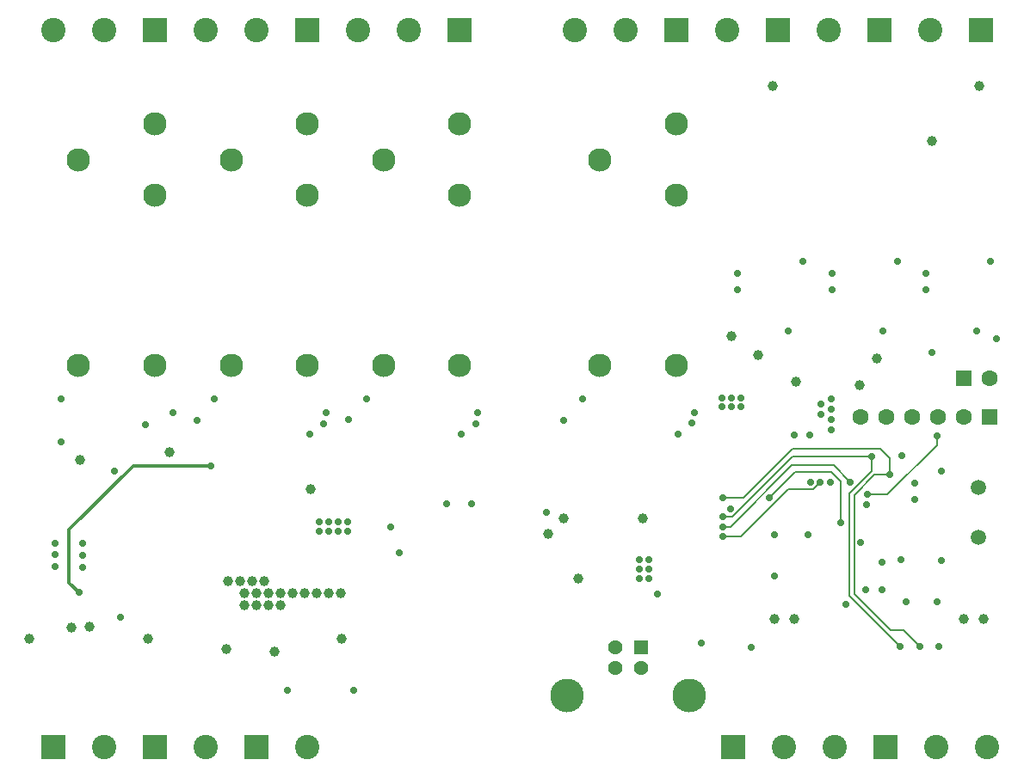
<source format=gbl>
G04*
G04 #@! TF.GenerationSoftware,Altium Limited,Altium Designer,22.10.1 (41)*
G04*
G04 Layer_Physical_Order=4*
G04 Layer_Color=16711680*
%FSLAX43Y43*%
%MOMM*%
G71*
G04*
G04 #@! TF.SameCoordinates,7233D645-3E92-44BA-85C6-A03B5A4407AC*
G04*
G04*
G04 #@! TF.FilePolarity,Positive*
G04*
G01*
G75*
%ADD14C,0.200*%
%ADD74C,1.000*%
%ADD76C,0.300*%
%ADD79C,2.300*%
%ADD80C,3.316*%
%ADD81C,1.428*%
%ADD82R,1.428X1.428*%
%ADD83C,1.600*%
%ADD84R,1.600X1.600*%
%ADD85C,1.500*%
%ADD86C,2.400*%
%ADD87R,2.400X2.400*%
%ADD88C,0.700*%
D14*
X31825Y-13150D02*
Y-9110D01*
X27356Y-8190D02*
X30905D01*
X31825Y-9110D01*
X24785Y-10762D02*
X27356Y-8190D01*
X27039Y-7536D02*
X31141D01*
X32794Y-9188D01*
X33141Y-20244D02*
Y-10453D01*
X35157Y-8437D02*
X36627D01*
X33141Y-10453D02*
X35157Y-8437D01*
X27084Y-5898D02*
X35698D01*
X22222Y-10761D02*
X27084Y-5898D01*
X20239Y-10761D02*
X22222D01*
X20239Y-13585D02*
X20990D01*
X27039Y-7536D01*
X22022Y-14535D02*
X26657Y-9900D01*
X29082D02*
X29794Y-9188D01*
X26657Y-9900D02*
X29082D01*
X20239Y-14535D02*
X22022D01*
X20239Y-12600D02*
X21134D01*
X27083Y-6651D01*
X34904D01*
X32675Y-10313D02*
X34904Y-8084D01*
Y-6651D01*
X32675Y-20414D02*
Y-10313D01*
X35698Y-5898D02*
X36627Y-6827D01*
X32675Y-20414D02*
X37645Y-25383D01*
X33141Y-20244D02*
X36697Y-23800D01*
X38000D01*
X39583Y-25383D01*
X34470Y-10417D02*
X36424D01*
X41300Y-5541D01*
X36627Y-8437D02*
Y-6827D01*
X41300Y-5541D02*
Y-4600D01*
D74*
X-19711Y-20147D02*
D03*
X-17342D02*
D03*
X-17252Y-24596D02*
D03*
X12359Y-12797D02*
D03*
X4579D02*
D03*
X3082Y-14299D02*
D03*
X27444Y695D02*
D03*
X33650Y375D02*
D03*
X35425Y3000D02*
D03*
X23723Y3350D02*
D03*
X21100Y5200D02*
D03*
X-23906Y-25846D02*
D03*
X5994Y-18700D02*
D03*
X-20325Y-9875D02*
D03*
X-42092Y-23422D02*
D03*
X-43890Y-23504D02*
D03*
X-42980Y-7037D02*
D03*
X-23263Y-21331D02*
D03*
X-24932Y-18963D02*
D03*
X-18526Y-20147D02*
D03*
X-20895D02*
D03*
X-22079D02*
D03*
X-23263D02*
D03*
X-24447D02*
D03*
Y-21331D02*
D03*
X-25632D02*
D03*
Y-20147D02*
D03*
X-26816Y-21331D02*
D03*
Y-20147D02*
D03*
X-26116Y-18963D02*
D03*
X-27300D02*
D03*
X-28484D02*
D03*
X-28630Y-25658D02*
D03*
X-47992Y-24589D02*
D03*
X-36313Y-24592D02*
D03*
X-34217Y-6263D02*
D03*
X45867Y-22648D02*
D03*
X43900Y-22667D02*
D03*
X27267Y-22648D02*
D03*
X25300Y-22667D02*
D03*
X40761Y24393D02*
D03*
X45438Y29821D02*
D03*
X25138D02*
D03*
D76*
X-44091Y-19125D02*
X-43138Y-20077D01*
X-44091Y-19125D02*
Y-13892D01*
X-37749Y-7551D01*
X-30129D01*
D79*
X8151Y2286D02*
D03*
X15651D02*
D03*
X8151Y22586D02*
D03*
X15651Y19086D02*
D03*
Y26086D02*
D03*
X-5651Y26086D02*
D03*
Y19086D02*
D03*
X-13151Y22586D02*
D03*
X-5651Y2286D02*
D03*
X-13151D02*
D03*
X-28151D02*
D03*
X-20651D02*
D03*
X-28151Y22586D02*
D03*
X-20651Y19086D02*
D03*
Y26086D02*
D03*
X-35651D02*
D03*
Y19086D02*
D03*
X-43151Y22586D02*
D03*
X-35651Y2286D02*
D03*
X-43151D02*
D03*
D80*
X16925Y-30165D02*
D03*
X4885D02*
D03*
D81*
X12155Y-27455D02*
D03*
X9655D02*
D03*
Y-25455D02*
D03*
D82*
X12155D02*
D03*
D83*
X33780Y-2742D02*
D03*
X36320D02*
D03*
X38860D02*
D03*
X41400D02*
D03*
X43940D02*
D03*
X46487Y1068D02*
D03*
D84*
X46480Y-2742D02*
D03*
X43947Y1068D02*
D03*
D85*
X45413Y-14587D02*
D03*
Y-9707D02*
D03*
D86*
X46251Y-35300D02*
D03*
X41251D02*
D03*
X-20651Y-35300D02*
D03*
X26251Y-35300D02*
D03*
X31251D02*
D03*
X-30651Y-35300D02*
D03*
X-40651D02*
D03*
X5651Y35300D02*
D03*
X10651D02*
D03*
X40651Y35300D02*
D03*
X-45651D02*
D03*
X-40651D02*
D03*
X30651D02*
D03*
X20651D02*
D03*
X-30651D02*
D03*
X-25651D02*
D03*
X-10651D02*
D03*
X-15651D02*
D03*
D87*
X36251Y-35300D02*
D03*
X-25651Y-35300D02*
D03*
X21251Y-35300D02*
D03*
X-35651Y-35300D02*
D03*
X-45651D02*
D03*
X15651Y35300D02*
D03*
X45651Y35300D02*
D03*
X-35651D02*
D03*
X35651D02*
D03*
X25651D02*
D03*
X-20651D02*
D03*
X-5651D02*
D03*
D88*
X28092Y12555D02*
D03*
X46592Y12547D02*
D03*
X37378Y12563D02*
D03*
X31825Y-13150D02*
D03*
X28894Y-9188D02*
D03*
X29794D02*
D03*
X24785Y-10762D02*
D03*
X25282Y-14363D02*
D03*
X13790Y-20166D02*
D03*
X18095Y-25027D02*
D03*
X-12423Y-13576D02*
D03*
X2903Y-12197D02*
D03*
X-11614Y-16126D02*
D03*
X28804Y-4539D02*
D03*
X27213Y-4548D02*
D03*
X34904Y-6651D02*
D03*
X12956Y-18660D02*
D03*
X12056D02*
D03*
X12956Y-17727D02*
D03*
X12056D02*
D03*
Y-16793D02*
D03*
X12956D02*
D03*
X32794Y-9188D02*
D03*
X33788Y-15106D02*
D03*
X34470Y-10417D02*
D03*
X34400Y-11400D02*
D03*
X37645Y-25383D02*
D03*
X39583D02*
D03*
X21000Y-11800D02*
D03*
X39071Y-9316D02*
D03*
X36627Y-8437D02*
D03*
X20239Y-14535D02*
D03*
Y-13585D02*
D03*
Y-12600D02*
D03*
Y-10761D02*
D03*
X41300Y-4600D02*
D03*
X30794Y-9188D02*
D03*
X28582Y-14394D02*
D03*
X29900Y-2500D02*
D03*
Y-1500D02*
D03*
X30900Y-4000D02*
D03*
Y-3000D02*
D03*
Y-2000D02*
D03*
Y-1000D02*
D03*
X21976Y-1773D02*
D03*
Y-873D02*
D03*
X21043Y-1773D02*
D03*
Y-873D02*
D03*
X20110D02*
D03*
Y-1773D02*
D03*
X40801Y3600D02*
D03*
X32304Y-21248D02*
D03*
X47150Y4972D02*
D03*
X41750Y-8114D02*
D03*
X37800Y-6600D02*
D03*
X38225Y-20975D02*
D03*
X41285Y-20985D02*
D03*
X37774Y-16850D02*
D03*
X41734Y-16875D02*
D03*
X39102Y-10918D02*
D03*
X35878Y-19755D02*
D03*
Y-17055D02*
D03*
X34278Y-19755D02*
D03*
X25283Y-18434D02*
D03*
X-19500Y-13100D02*
D03*
Y-14000D02*
D03*
X-18567Y-13100D02*
D03*
Y-14000D02*
D03*
X4600Y-3100D02*
D03*
X-16600Y-3000D02*
D03*
X-6977Y-11300D02*
D03*
X-4500D02*
D03*
X-4113Y-3433D02*
D03*
X-19097Y-3449D02*
D03*
X-17633Y-14000D02*
D03*
Y-13100D02*
D03*
X-16700Y-14000D02*
D03*
Y-13100D02*
D03*
X17406Y-2300D02*
D03*
X-3900Y-2300D02*
D03*
X-18820D02*
D03*
X-33900D02*
D03*
X-42791Y-15245D02*
D03*
Y-16395D02*
D03*
Y-17545D02*
D03*
X-45500Y-17500D02*
D03*
Y-16350D02*
D03*
Y-15200D02*
D03*
X17211Y-3382D02*
D03*
X-39048Y-22502D02*
D03*
X-43138Y-20077D02*
D03*
X-36571Y-3569D02*
D03*
X-30129Y-7551D02*
D03*
X-31504Y-3113D02*
D03*
X41517Y-25383D02*
D03*
X23017Y-25433D02*
D03*
X-22603Y-29721D02*
D03*
X-16123Y-29721D02*
D03*
X-20383Y-4449D02*
D03*
X30966Y11385D02*
D03*
Y9734D02*
D03*
X35956Y5742D02*
D03*
X45170Y5734D02*
D03*
X40181Y11376D02*
D03*
Y9726D02*
D03*
X21681D02*
D03*
Y11376D02*
D03*
X-39642Y-8089D02*
D03*
X-14845Y-959D02*
D03*
X15830Y-4432D02*
D03*
X26670Y5734D02*
D03*
X-44845Y-959D02*
D03*
Y-5259D02*
D03*
X-29845Y-959D02*
D03*
X-5483Y-4449D02*
D03*
X6456Y-959D02*
D03*
M02*

</source>
